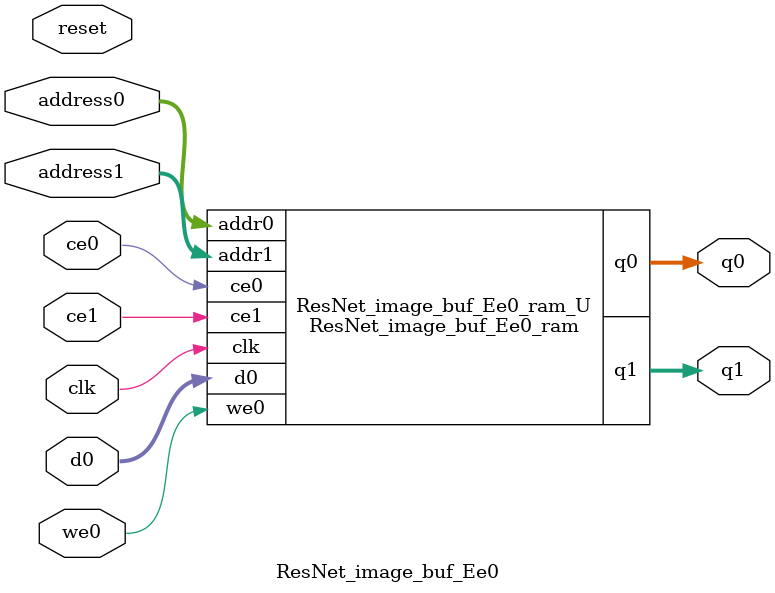
<source format=v>
`timescale 1 ns / 1 ps
module ResNet_image_buf_Ee0_ram (addr0, ce0, d0, we0, q0, addr1, ce1, q1,  clk);

parameter DWIDTH = 16;
parameter AWIDTH = 10;
parameter MEM_SIZE = 1024;

input[AWIDTH-1:0] addr0;
input ce0;
input[DWIDTH-1:0] d0;
input we0;
output reg[DWIDTH-1:0] q0;
input[AWIDTH-1:0] addr1;
input ce1;
output reg[DWIDTH-1:0] q1;
input clk;

(* ram_style = "block" *)reg [DWIDTH-1:0] ram[0:MEM_SIZE-1];




always @(posedge clk)  
begin 
    if (ce0) begin
        if (we0) 
            ram[addr0] <= d0; 
        q0 <= ram[addr0];
    end
end


always @(posedge clk)  
begin 
    if (ce1) begin
        q1 <= ram[addr1];
    end
end


endmodule

`timescale 1 ns / 1 ps
module ResNet_image_buf_Ee0(
    reset,
    clk,
    address0,
    ce0,
    we0,
    d0,
    q0,
    address1,
    ce1,
    q1);

parameter DataWidth = 32'd16;
parameter AddressRange = 32'd1024;
parameter AddressWidth = 32'd10;
input reset;
input clk;
input[AddressWidth - 1:0] address0;
input ce0;
input we0;
input[DataWidth - 1:0] d0;
output[DataWidth - 1:0] q0;
input[AddressWidth - 1:0] address1;
input ce1;
output[DataWidth - 1:0] q1;



ResNet_image_buf_Ee0_ram ResNet_image_buf_Ee0_ram_U(
    .clk( clk ),
    .addr0( address0 ),
    .ce0( ce0 ),
    .we0( we0 ),
    .d0( d0 ),
    .q0( q0 ),
    .addr1( address1 ),
    .ce1( ce1 ),
    .q1( q1 ));

endmodule


</source>
